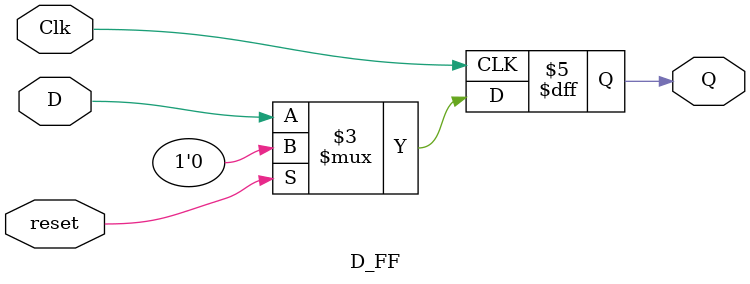
<source format=v>
`timescale 1ns / 1ps

//////////////////////////////////////////////////////////////////////////////////

//          Clock, Reset, Input, Output                                
module D_FF(Clk  , reset, D    , Q);
    input D, Clk, reset;
    output reg Q;
    
    always @(posedge Clk)
        if (reset)
            begin
                Q <= 1'b0;
            end 
        else
            begin
                Q <= D;
            end
endmodule 
</source>
